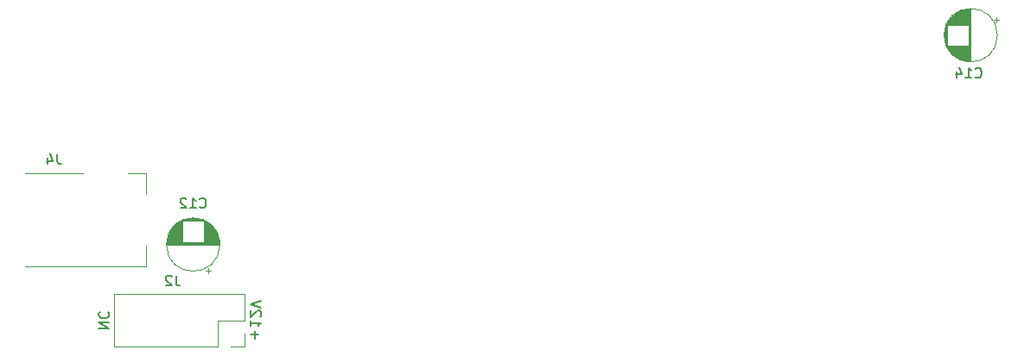
<source format=gbr>
%TF.GenerationSoftware,KiCad,Pcbnew,(5.1.6)-1*%
%TF.CreationDate,2020-10-05T18:02:00+02:00*%
%TF.ProjectId,KOSMO Mega Drone,4b4f534d-4f20-44d6-9567-612044726f6e,rev?*%
%TF.SameCoordinates,Original*%
%TF.FileFunction,Legend,Bot*%
%TF.FilePolarity,Positive*%
%FSLAX46Y46*%
G04 Gerber Fmt 4.6, Leading zero omitted, Abs format (unit mm)*
G04 Created by KiCad (PCBNEW (5.1.6)-1) date 2020-10-05 18:02:00*
%MOMM*%
%LPD*%
G01*
G04 APERTURE LIST*
%ADD10C,0.150000*%
%ADD11C,0.120000*%
G04 APERTURE END LIST*
D10*
X68051419Y-113942714D02*
X69051419Y-113942714D01*
X68051419Y-113371285D01*
X69051419Y-113371285D01*
X68146657Y-112323666D02*
X68099038Y-112371285D01*
X68051419Y-112514142D01*
X68051419Y-112609380D01*
X68099038Y-112752238D01*
X68194276Y-112847476D01*
X68289514Y-112895095D01*
X68479990Y-112942714D01*
X68622847Y-112942714D01*
X68813323Y-112895095D01*
X68908561Y-112847476D01*
X69003800Y-112752238D01*
X69051419Y-112609380D01*
X69051419Y-112514142D01*
X69003800Y-112371285D01*
X68956180Y-112323666D01*
X83316771Y-114918904D02*
X83316771Y-114157000D01*
X82935819Y-114537952D02*
X83697723Y-114537952D01*
X82935819Y-113157000D02*
X82935819Y-113728428D01*
X82935819Y-113442714D02*
X83935819Y-113442714D01*
X83792961Y-113537952D01*
X83697723Y-113633190D01*
X83650104Y-113728428D01*
X83840580Y-112776047D02*
X83888200Y-112728428D01*
X83935819Y-112633190D01*
X83935819Y-112395095D01*
X83888200Y-112299857D01*
X83840580Y-112252238D01*
X83745342Y-112204619D01*
X83650104Y-112204619D01*
X83507247Y-112252238D01*
X82935819Y-112823666D01*
X82935819Y-112204619D01*
X83935819Y-111918904D02*
X82935819Y-111585571D01*
X83935819Y-111252238D01*
D11*
%TO.C,J4*%
X72678800Y-107876400D02*
X72678800Y-105776400D01*
X72678800Y-98676400D02*
X70878800Y-98676400D01*
X72678800Y-100776400D02*
X72678800Y-98676400D01*
X60807600Y-107873800D02*
X72678800Y-107876400D01*
X66478800Y-98676400D02*
X60807600Y-98679000D01*
%TO.C,J2*%
X69510000Y-115757000D02*
X69510000Y-110557000D01*
X79730000Y-115757000D02*
X69510000Y-115757000D01*
X82330000Y-110557000D02*
X69510000Y-110557000D01*
X79730000Y-115757000D02*
X79730000Y-113157000D01*
X79730000Y-113157000D02*
X82330000Y-113157000D01*
X82330000Y-113157000D02*
X82330000Y-110557000D01*
X81000000Y-115757000D02*
X82330000Y-115757000D01*
X82330000Y-115757000D02*
X82330000Y-114427000D01*
%TO.C,C14*%
X156081400Y-85140800D02*
G75*
G03*
X156081400Y-85140800I-2620000J0D01*
G01*
X153461400Y-82560800D02*
X153461400Y-87720800D01*
X153421400Y-82560800D02*
X153421400Y-87720800D01*
X153381400Y-82561800D02*
X153381400Y-87719800D01*
X153341400Y-82562800D02*
X153341400Y-87718800D01*
X153301400Y-82564800D02*
X153301400Y-87716800D01*
X153261400Y-82567800D02*
X153261400Y-87713800D01*
X153221400Y-82571800D02*
X153221400Y-84100800D01*
X153221400Y-86180800D02*
X153221400Y-87709800D01*
X153181400Y-82575800D02*
X153181400Y-84100800D01*
X153181400Y-86180800D02*
X153181400Y-87705800D01*
X153141400Y-82579800D02*
X153141400Y-84100800D01*
X153141400Y-86180800D02*
X153141400Y-87701800D01*
X153101400Y-82584800D02*
X153101400Y-84100800D01*
X153101400Y-86180800D02*
X153101400Y-87696800D01*
X153061400Y-82590800D02*
X153061400Y-84100800D01*
X153061400Y-86180800D02*
X153061400Y-87690800D01*
X153021400Y-82597800D02*
X153021400Y-84100800D01*
X153021400Y-86180800D02*
X153021400Y-87683800D01*
X152981400Y-82604800D02*
X152981400Y-84100800D01*
X152981400Y-86180800D02*
X152981400Y-87676800D01*
X152941400Y-82612800D02*
X152941400Y-84100800D01*
X152941400Y-86180800D02*
X152941400Y-87668800D01*
X152901400Y-82620800D02*
X152901400Y-84100800D01*
X152901400Y-86180800D02*
X152901400Y-87660800D01*
X152861400Y-82629800D02*
X152861400Y-84100800D01*
X152861400Y-86180800D02*
X152861400Y-87651800D01*
X152821400Y-82639800D02*
X152821400Y-84100800D01*
X152821400Y-86180800D02*
X152821400Y-87641800D01*
X152781400Y-82649800D02*
X152781400Y-84100800D01*
X152781400Y-86180800D02*
X152781400Y-87631800D01*
X152740400Y-82660800D02*
X152740400Y-84100800D01*
X152740400Y-86180800D02*
X152740400Y-87620800D01*
X152700400Y-82672800D02*
X152700400Y-84100800D01*
X152700400Y-86180800D02*
X152700400Y-87608800D01*
X152660400Y-82685800D02*
X152660400Y-84100800D01*
X152660400Y-86180800D02*
X152660400Y-87595800D01*
X152620400Y-82698800D02*
X152620400Y-84100800D01*
X152620400Y-86180800D02*
X152620400Y-87582800D01*
X152580400Y-82712800D02*
X152580400Y-84100800D01*
X152580400Y-86180800D02*
X152580400Y-87568800D01*
X152540400Y-82726800D02*
X152540400Y-84100800D01*
X152540400Y-86180800D02*
X152540400Y-87554800D01*
X152500400Y-82742800D02*
X152500400Y-84100800D01*
X152500400Y-86180800D02*
X152500400Y-87538800D01*
X152460400Y-82758800D02*
X152460400Y-84100800D01*
X152460400Y-86180800D02*
X152460400Y-87522800D01*
X152420400Y-82775800D02*
X152420400Y-84100800D01*
X152420400Y-86180800D02*
X152420400Y-87505800D01*
X152380400Y-82792800D02*
X152380400Y-84100800D01*
X152380400Y-86180800D02*
X152380400Y-87488800D01*
X152340400Y-82811800D02*
X152340400Y-84100800D01*
X152340400Y-86180800D02*
X152340400Y-87469800D01*
X152300400Y-82830800D02*
X152300400Y-84100800D01*
X152300400Y-86180800D02*
X152300400Y-87450800D01*
X152260400Y-82850800D02*
X152260400Y-84100800D01*
X152260400Y-86180800D02*
X152260400Y-87430800D01*
X152220400Y-82872800D02*
X152220400Y-84100800D01*
X152220400Y-86180800D02*
X152220400Y-87408800D01*
X152180400Y-82893800D02*
X152180400Y-84100800D01*
X152180400Y-86180800D02*
X152180400Y-87387800D01*
X152140400Y-82916800D02*
X152140400Y-84100800D01*
X152140400Y-86180800D02*
X152140400Y-87364800D01*
X152100400Y-82940800D02*
X152100400Y-84100800D01*
X152100400Y-86180800D02*
X152100400Y-87340800D01*
X152060400Y-82965800D02*
X152060400Y-84100800D01*
X152060400Y-86180800D02*
X152060400Y-87315800D01*
X152020400Y-82991800D02*
X152020400Y-84100800D01*
X152020400Y-86180800D02*
X152020400Y-87289800D01*
X151980400Y-83018800D02*
X151980400Y-84100800D01*
X151980400Y-86180800D02*
X151980400Y-87262800D01*
X151940400Y-83045800D02*
X151940400Y-84100800D01*
X151940400Y-86180800D02*
X151940400Y-87235800D01*
X151900400Y-83075800D02*
X151900400Y-84100800D01*
X151900400Y-86180800D02*
X151900400Y-87205800D01*
X151860400Y-83105800D02*
X151860400Y-84100800D01*
X151860400Y-86180800D02*
X151860400Y-87175800D01*
X151820400Y-83136800D02*
X151820400Y-84100800D01*
X151820400Y-86180800D02*
X151820400Y-87144800D01*
X151780400Y-83169800D02*
X151780400Y-84100800D01*
X151780400Y-86180800D02*
X151780400Y-87111800D01*
X151740400Y-83203800D02*
X151740400Y-84100800D01*
X151740400Y-86180800D02*
X151740400Y-87077800D01*
X151700400Y-83239800D02*
X151700400Y-84100800D01*
X151700400Y-86180800D02*
X151700400Y-87041800D01*
X151660400Y-83276800D02*
X151660400Y-84100800D01*
X151660400Y-86180800D02*
X151660400Y-87004800D01*
X151620400Y-83314800D02*
X151620400Y-84100800D01*
X151620400Y-86180800D02*
X151620400Y-86966800D01*
X151580400Y-83355800D02*
X151580400Y-84100800D01*
X151580400Y-86180800D02*
X151580400Y-86925800D01*
X151540400Y-83397800D02*
X151540400Y-84100800D01*
X151540400Y-86180800D02*
X151540400Y-86883800D01*
X151500400Y-83441800D02*
X151500400Y-84100800D01*
X151500400Y-86180800D02*
X151500400Y-86839800D01*
X151460400Y-83487800D02*
X151460400Y-84100800D01*
X151460400Y-86180800D02*
X151460400Y-86793800D01*
X151420400Y-83535800D02*
X151420400Y-84100800D01*
X151420400Y-86180800D02*
X151420400Y-86745800D01*
X151380400Y-83586800D02*
X151380400Y-84100800D01*
X151380400Y-86180800D02*
X151380400Y-86694800D01*
X151340400Y-83640800D02*
X151340400Y-84100800D01*
X151340400Y-86180800D02*
X151340400Y-86640800D01*
X151300400Y-83697800D02*
X151300400Y-84100800D01*
X151300400Y-86180800D02*
X151300400Y-86583800D01*
X151260400Y-83757800D02*
X151260400Y-84100800D01*
X151260400Y-86180800D02*
X151260400Y-86523800D01*
X151220400Y-83821800D02*
X151220400Y-84100800D01*
X151220400Y-86180800D02*
X151220400Y-86459800D01*
X151180400Y-83889800D02*
X151180400Y-84100800D01*
X151180400Y-86180800D02*
X151180400Y-86391800D01*
X151140400Y-83962800D02*
X151140400Y-86318800D01*
X151100400Y-84042800D02*
X151100400Y-86238800D01*
X151060400Y-84129800D02*
X151060400Y-86151800D01*
X151020400Y-84225800D02*
X151020400Y-86055800D01*
X150980400Y-84335800D02*
X150980400Y-85945800D01*
X150940400Y-84463800D02*
X150940400Y-85817800D01*
X150900400Y-84622800D02*
X150900400Y-85658800D01*
X150860400Y-84856800D02*
X150860400Y-85424800D01*
X156266175Y-83665800D02*
X155766175Y-83665800D01*
X156016175Y-83415800D02*
X156016175Y-83915800D01*
%TO.C,C12*%
X79899500Y-105696700D02*
G75*
G03*
X79899500Y-105696700I-2620000J0D01*
G01*
X79859500Y-105696700D02*
X74699500Y-105696700D01*
X79859500Y-105656700D02*
X74699500Y-105656700D01*
X79858500Y-105616700D02*
X74700500Y-105616700D01*
X79857500Y-105576700D02*
X74701500Y-105576700D01*
X79855500Y-105536700D02*
X74703500Y-105536700D01*
X79852500Y-105496700D02*
X74706500Y-105496700D01*
X79848500Y-105456700D02*
X78319500Y-105456700D01*
X76239500Y-105456700D02*
X74710500Y-105456700D01*
X79844500Y-105416700D02*
X78319500Y-105416700D01*
X76239500Y-105416700D02*
X74714500Y-105416700D01*
X79840500Y-105376700D02*
X78319500Y-105376700D01*
X76239500Y-105376700D02*
X74718500Y-105376700D01*
X79835500Y-105336700D02*
X78319500Y-105336700D01*
X76239500Y-105336700D02*
X74723500Y-105336700D01*
X79829500Y-105296700D02*
X78319500Y-105296700D01*
X76239500Y-105296700D02*
X74729500Y-105296700D01*
X79822500Y-105256700D02*
X78319500Y-105256700D01*
X76239500Y-105256700D02*
X74736500Y-105256700D01*
X79815500Y-105216700D02*
X78319500Y-105216700D01*
X76239500Y-105216700D02*
X74743500Y-105216700D01*
X79807500Y-105176700D02*
X78319500Y-105176700D01*
X76239500Y-105176700D02*
X74751500Y-105176700D01*
X79799500Y-105136700D02*
X78319500Y-105136700D01*
X76239500Y-105136700D02*
X74759500Y-105136700D01*
X79790500Y-105096700D02*
X78319500Y-105096700D01*
X76239500Y-105096700D02*
X74768500Y-105096700D01*
X79780500Y-105056700D02*
X78319500Y-105056700D01*
X76239500Y-105056700D02*
X74778500Y-105056700D01*
X79770500Y-105016700D02*
X78319500Y-105016700D01*
X76239500Y-105016700D02*
X74788500Y-105016700D01*
X79759500Y-104975700D02*
X78319500Y-104975700D01*
X76239500Y-104975700D02*
X74799500Y-104975700D01*
X79747500Y-104935700D02*
X78319500Y-104935700D01*
X76239500Y-104935700D02*
X74811500Y-104935700D01*
X79734500Y-104895700D02*
X78319500Y-104895700D01*
X76239500Y-104895700D02*
X74824500Y-104895700D01*
X79721500Y-104855700D02*
X78319500Y-104855700D01*
X76239500Y-104855700D02*
X74837500Y-104855700D01*
X79707500Y-104815700D02*
X78319500Y-104815700D01*
X76239500Y-104815700D02*
X74851500Y-104815700D01*
X79693500Y-104775700D02*
X78319500Y-104775700D01*
X76239500Y-104775700D02*
X74865500Y-104775700D01*
X79677500Y-104735700D02*
X78319500Y-104735700D01*
X76239500Y-104735700D02*
X74881500Y-104735700D01*
X79661500Y-104695700D02*
X78319500Y-104695700D01*
X76239500Y-104695700D02*
X74897500Y-104695700D01*
X79644500Y-104655700D02*
X78319500Y-104655700D01*
X76239500Y-104655700D02*
X74914500Y-104655700D01*
X79627500Y-104615700D02*
X78319500Y-104615700D01*
X76239500Y-104615700D02*
X74931500Y-104615700D01*
X79608500Y-104575700D02*
X78319500Y-104575700D01*
X76239500Y-104575700D02*
X74950500Y-104575700D01*
X79589500Y-104535700D02*
X78319500Y-104535700D01*
X76239500Y-104535700D02*
X74969500Y-104535700D01*
X79569500Y-104495700D02*
X78319500Y-104495700D01*
X76239500Y-104495700D02*
X74989500Y-104495700D01*
X79547500Y-104455700D02*
X78319500Y-104455700D01*
X76239500Y-104455700D02*
X75011500Y-104455700D01*
X79526500Y-104415700D02*
X78319500Y-104415700D01*
X76239500Y-104415700D02*
X75032500Y-104415700D01*
X79503500Y-104375700D02*
X78319500Y-104375700D01*
X76239500Y-104375700D02*
X75055500Y-104375700D01*
X79479500Y-104335700D02*
X78319500Y-104335700D01*
X76239500Y-104335700D02*
X75079500Y-104335700D01*
X79454500Y-104295700D02*
X78319500Y-104295700D01*
X76239500Y-104295700D02*
X75104500Y-104295700D01*
X79428500Y-104255700D02*
X78319500Y-104255700D01*
X76239500Y-104255700D02*
X75130500Y-104255700D01*
X79401500Y-104215700D02*
X78319500Y-104215700D01*
X76239500Y-104215700D02*
X75157500Y-104215700D01*
X79374500Y-104175700D02*
X78319500Y-104175700D01*
X76239500Y-104175700D02*
X75184500Y-104175700D01*
X79344500Y-104135700D02*
X78319500Y-104135700D01*
X76239500Y-104135700D02*
X75214500Y-104135700D01*
X79314500Y-104095700D02*
X78319500Y-104095700D01*
X76239500Y-104095700D02*
X75244500Y-104095700D01*
X79283500Y-104055700D02*
X78319500Y-104055700D01*
X76239500Y-104055700D02*
X75275500Y-104055700D01*
X79250500Y-104015700D02*
X78319500Y-104015700D01*
X76239500Y-104015700D02*
X75308500Y-104015700D01*
X79216500Y-103975700D02*
X78319500Y-103975700D01*
X76239500Y-103975700D02*
X75342500Y-103975700D01*
X79180500Y-103935700D02*
X78319500Y-103935700D01*
X76239500Y-103935700D02*
X75378500Y-103935700D01*
X79143500Y-103895700D02*
X78319500Y-103895700D01*
X76239500Y-103895700D02*
X75415500Y-103895700D01*
X79105500Y-103855700D02*
X78319500Y-103855700D01*
X76239500Y-103855700D02*
X75453500Y-103855700D01*
X79064500Y-103815700D02*
X78319500Y-103815700D01*
X76239500Y-103815700D02*
X75494500Y-103815700D01*
X79022500Y-103775700D02*
X78319500Y-103775700D01*
X76239500Y-103775700D02*
X75536500Y-103775700D01*
X78978500Y-103735700D02*
X78319500Y-103735700D01*
X76239500Y-103735700D02*
X75580500Y-103735700D01*
X78932500Y-103695700D02*
X78319500Y-103695700D01*
X76239500Y-103695700D02*
X75626500Y-103695700D01*
X78884500Y-103655700D02*
X78319500Y-103655700D01*
X76239500Y-103655700D02*
X75674500Y-103655700D01*
X78833500Y-103615700D02*
X78319500Y-103615700D01*
X76239500Y-103615700D02*
X75725500Y-103615700D01*
X78779500Y-103575700D02*
X78319500Y-103575700D01*
X76239500Y-103575700D02*
X75779500Y-103575700D01*
X78722500Y-103535700D02*
X78319500Y-103535700D01*
X76239500Y-103535700D02*
X75836500Y-103535700D01*
X78662500Y-103495700D02*
X78319500Y-103495700D01*
X76239500Y-103495700D02*
X75896500Y-103495700D01*
X78598500Y-103455700D02*
X78319500Y-103455700D01*
X76239500Y-103455700D02*
X75960500Y-103455700D01*
X78530500Y-103415700D02*
X78319500Y-103415700D01*
X76239500Y-103415700D02*
X76028500Y-103415700D01*
X78457500Y-103375700D02*
X76101500Y-103375700D01*
X78377500Y-103335700D02*
X76181500Y-103335700D01*
X78290500Y-103295700D02*
X76268500Y-103295700D01*
X78194500Y-103255700D02*
X76364500Y-103255700D01*
X78084500Y-103215700D02*
X76474500Y-103215700D01*
X77956500Y-103175700D02*
X76602500Y-103175700D01*
X77797500Y-103135700D02*
X76761500Y-103135700D01*
X77563500Y-103095700D02*
X76995500Y-103095700D01*
X78754500Y-108501475D02*
X78754500Y-108001475D01*
X79004500Y-108251475D02*
X78504500Y-108251475D01*
%TO.C,J4*%
D10*
X63960333Y-96810580D02*
X63960333Y-97524866D01*
X64007952Y-97667723D01*
X64103190Y-97762961D01*
X64246047Y-97810580D01*
X64341285Y-97810580D01*
X63055571Y-97143914D02*
X63055571Y-97810580D01*
X63293666Y-96762961D02*
X63531761Y-97477247D01*
X62912714Y-97477247D01*
%TO.C,J2*%
X75593533Y-108748580D02*
X75593533Y-109462866D01*
X75641152Y-109605723D01*
X75736390Y-109700961D01*
X75879247Y-109748580D01*
X75974485Y-109748580D01*
X75164961Y-108843819D02*
X75117342Y-108796200D01*
X75022104Y-108748580D01*
X74784009Y-108748580D01*
X74688771Y-108796200D01*
X74641152Y-108843819D01*
X74593533Y-108939057D01*
X74593533Y-109034295D01*
X74641152Y-109177152D01*
X75212580Y-109748580D01*
X74593533Y-109748580D01*
%TO.C,C14*%
X153919157Y-89244442D02*
X153966776Y-89292061D01*
X154109633Y-89339680D01*
X154204871Y-89339680D01*
X154347728Y-89292061D01*
X154442966Y-89196823D01*
X154490585Y-89101585D01*
X154538204Y-88911109D01*
X154538204Y-88768252D01*
X154490585Y-88577776D01*
X154442966Y-88482538D01*
X154347728Y-88387300D01*
X154204871Y-88339680D01*
X154109633Y-88339680D01*
X153966776Y-88387300D01*
X153919157Y-88434919D01*
X152966776Y-89339680D02*
X153538204Y-89339680D01*
X153252490Y-89339680D02*
X153252490Y-88339680D01*
X153347728Y-88482538D01*
X153442966Y-88577776D01*
X153538204Y-88625395D01*
X152109633Y-88673014D02*
X152109633Y-89339680D01*
X152347728Y-88292061D02*
X152585823Y-89006347D01*
X151966776Y-89006347D01*
%TO.C,C12*%
X77922357Y-102020642D02*
X77969976Y-102068261D01*
X78112833Y-102115880D01*
X78208071Y-102115880D01*
X78350928Y-102068261D01*
X78446166Y-101973023D01*
X78493785Y-101877785D01*
X78541404Y-101687309D01*
X78541404Y-101544452D01*
X78493785Y-101353976D01*
X78446166Y-101258738D01*
X78350928Y-101163500D01*
X78208071Y-101115880D01*
X78112833Y-101115880D01*
X77969976Y-101163500D01*
X77922357Y-101211119D01*
X76969976Y-102115880D02*
X77541404Y-102115880D01*
X77255690Y-102115880D02*
X77255690Y-101115880D01*
X77350928Y-101258738D01*
X77446166Y-101353976D01*
X77541404Y-101401595D01*
X76589023Y-101211119D02*
X76541404Y-101163500D01*
X76446166Y-101115880D01*
X76208071Y-101115880D01*
X76112833Y-101163500D01*
X76065214Y-101211119D01*
X76017595Y-101306357D01*
X76017595Y-101401595D01*
X76065214Y-101544452D01*
X76636642Y-102115880D01*
X76017595Y-102115880D01*
%TD*%
M02*

</source>
